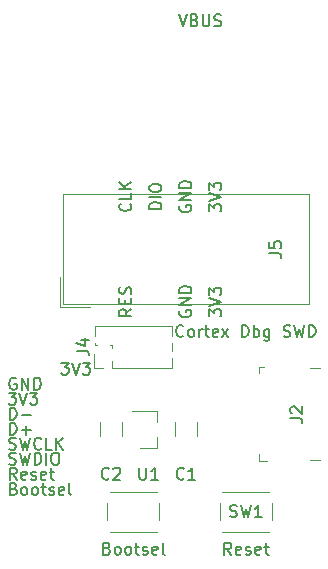
<source format=gbr>
G04 #@! TF.GenerationSoftware,KiCad,Pcbnew,(5.1.4)-1*
G04 #@! TF.CreationDate,2022-03-06T11:46:22+01:00*
G04 #@! TF.ProjectId,UP1-Progger,5550312d-5072-46f6-9767-65722e6b6963,V00.10*
G04 #@! TF.SameCoordinates,Original*
G04 #@! TF.FileFunction,Legend,Top*
G04 #@! TF.FilePolarity,Positive*
%FSLAX46Y46*%
G04 Gerber Fmt 4.6, Leading zero omitted, Abs format (unit mm)*
G04 Created by KiCad (PCBNEW (5.1.4)-1) date 2022-03-06 11:46:23*
%MOMM*%
%LPD*%
G04 APERTURE LIST*
%ADD10C,0.150000*%
%ADD11C,0.120000*%
G04 APERTURE END LIST*
D10*
X107744285Y-108942142D02*
X107696666Y-108989761D01*
X107553809Y-109037380D01*
X107458571Y-109037380D01*
X107315714Y-108989761D01*
X107220476Y-108894523D01*
X107172857Y-108799285D01*
X107125238Y-108608809D01*
X107125238Y-108465952D01*
X107172857Y-108275476D01*
X107220476Y-108180238D01*
X107315714Y-108085000D01*
X107458571Y-108037380D01*
X107553809Y-108037380D01*
X107696666Y-108085000D01*
X107744285Y-108132619D01*
X108315714Y-109037380D02*
X108220476Y-108989761D01*
X108172857Y-108942142D01*
X108125238Y-108846904D01*
X108125238Y-108561190D01*
X108172857Y-108465952D01*
X108220476Y-108418333D01*
X108315714Y-108370714D01*
X108458571Y-108370714D01*
X108553809Y-108418333D01*
X108601428Y-108465952D01*
X108649047Y-108561190D01*
X108649047Y-108846904D01*
X108601428Y-108942142D01*
X108553809Y-108989761D01*
X108458571Y-109037380D01*
X108315714Y-109037380D01*
X109077619Y-109037380D02*
X109077619Y-108370714D01*
X109077619Y-108561190D02*
X109125238Y-108465952D01*
X109172857Y-108418333D01*
X109268095Y-108370714D01*
X109363333Y-108370714D01*
X109553809Y-108370714D02*
X109934761Y-108370714D01*
X109696666Y-108037380D02*
X109696666Y-108894523D01*
X109744285Y-108989761D01*
X109839523Y-109037380D01*
X109934761Y-109037380D01*
X110649047Y-108989761D02*
X110553809Y-109037380D01*
X110363333Y-109037380D01*
X110268095Y-108989761D01*
X110220476Y-108894523D01*
X110220476Y-108513571D01*
X110268095Y-108418333D01*
X110363333Y-108370714D01*
X110553809Y-108370714D01*
X110649047Y-108418333D01*
X110696666Y-108513571D01*
X110696666Y-108608809D01*
X110220476Y-108704047D01*
X111030000Y-109037380D02*
X111553809Y-108370714D01*
X111030000Y-108370714D02*
X111553809Y-109037380D01*
X112696666Y-109037380D02*
X112696666Y-108037380D01*
X112934761Y-108037380D01*
X113077619Y-108085000D01*
X113172857Y-108180238D01*
X113220476Y-108275476D01*
X113268095Y-108465952D01*
X113268095Y-108608809D01*
X113220476Y-108799285D01*
X113172857Y-108894523D01*
X113077619Y-108989761D01*
X112934761Y-109037380D01*
X112696666Y-109037380D01*
X113696666Y-109037380D02*
X113696666Y-108037380D01*
X113696666Y-108418333D02*
X113791904Y-108370714D01*
X113982380Y-108370714D01*
X114077619Y-108418333D01*
X114125238Y-108465952D01*
X114172857Y-108561190D01*
X114172857Y-108846904D01*
X114125238Y-108942142D01*
X114077619Y-108989761D01*
X113982380Y-109037380D01*
X113791904Y-109037380D01*
X113696666Y-108989761D01*
X115030000Y-108370714D02*
X115030000Y-109180238D01*
X114982380Y-109275476D01*
X114934761Y-109323095D01*
X114839523Y-109370714D01*
X114696666Y-109370714D01*
X114601428Y-109323095D01*
X115030000Y-108989761D02*
X114934761Y-109037380D01*
X114744285Y-109037380D01*
X114649047Y-108989761D01*
X114601428Y-108942142D01*
X114553809Y-108846904D01*
X114553809Y-108561190D01*
X114601428Y-108465952D01*
X114649047Y-108418333D01*
X114744285Y-108370714D01*
X114934761Y-108370714D01*
X115030000Y-108418333D01*
X116220476Y-108989761D02*
X116363333Y-109037380D01*
X116601428Y-109037380D01*
X116696666Y-108989761D01*
X116744285Y-108942142D01*
X116791904Y-108846904D01*
X116791904Y-108751666D01*
X116744285Y-108656428D01*
X116696666Y-108608809D01*
X116601428Y-108561190D01*
X116410952Y-108513571D01*
X116315714Y-108465952D01*
X116268095Y-108418333D01*
X116220476Y-108323095D01*
X116220476Y-108227857D01*
X116268095Y-108132619D01*
X116315714Y-108085000D01*
X116410952Y-108037380D01*
X116649047Y-108037380D01*
X116791904Y-108085000D01*
X117125238Y-108037380D02*
X117363333Y-109037380D01*
X117553809Y-108323095D01*
X117744285Y-109037380D01*
X117982380Y-108037380D01*
X118363333Y-109037380D02*
X118363333Y-108037380D01*
X118601428Y-108037380D01*
X118744285Y-108085000D01*
X118839523Y-108180238D01*
X118887142Y-108275476D01*
X118934761Y-108465952D01*
X118934761Y-108608809D01*
X118887142Y-108799285D01*
X118839523Y-108894523D01*
X118744285Y-108989761D01*
X118601428Y-109037380D01*
X118363333Y-109037380D01*
X109942380Y-107283095D02*
X109942380Y-106664047D01*
X110323333Y-106997380D01*
X110323333Y-106854523D01*
X110370952Y-106759285D01*
X110418571Y-106711666D01*
X110513809Y-106664047D01*
X110751904Y-106664047D01*
X110847142Y-106711666D01*
X110894761Y-106759285D01*
X110942380Y-106854523D01*
X110942380Y-107140238D01*
X110894761Y-107235476D01*
X110847142Y-107283095D01*
X109942380Y-106378333D02*
X110942380Y-106045000D01*
X109942380Y-105711666D01*
X109942380Y-105473571D02*
X109942380Y-104854523D01*
X110323333Y-105187857D01*
X110323333Y-105045000D01*
X110370952Y-104949761D01*
X110418571Y-104902142D01*
X110513809Y-104854523D01*
X110751904Y-104854523D01*
X110847142Y-104902142D01*
X110894761Y-104949761D01*
X110942380Y-105045000D01*
X110942380Y-105330714D01*
X110894761Y-105425952D01*
X110847142Y-105473571D01*
X107450000Y-106806904D02*
X107402380Y-106902142D01*
X107402380Y-107045000D01*
X107450000Y-107187857D01*
X107545238Y-107283095D01*
X107640476Y-107330714D01*
X107830952Y-107378333D01*
X107973809Y-107378333D01*
X108164285Y-107330714D01*
X108259523Y-107283095D01*
X108354761Y-107187857D01*
X108402380Y-107045000D01*
X108402380Y-106949761D01*
X108354761Y-106806904D01*
X108307142Y-106759285D01*
X107973809Y-106759285D01*
X107973809Y-106949761D01*
X108402380Y-106330714D02*
X107402380Y-106330714D01*
X108402380Y-105759285D01*
X107402380Y-105759285D01*
X108402380Y-105283095D02*
X107402380Y-105283095D01*
X107402380Y-105045000D01*
X107450000Y-104902142D01*
X107545238Y-104806904D01*
X107640476Y-104759285D01*
X107830952Y-104711666D01*
X107973809Y-104711666D01*
X108164285Y-104759285D01*
X108259523Y-104806904D01*
X108354761Y-104902142D01*
X108402380Y-105045000D01*
X108402380Y-105283095D01*
X103322380Y-106664047D02*
X102846190Y-106997380D01*
X103322380Y-107235476D02*
X102322380Y-107235476D01*
X102322380Y-106854523D01*
X102370000Y-106759285D01*
X102417619Y-106711666D01*
X102512857Y-106664047D01*
X102655714Y-106664047D01*
X102750952Y-106711666D01*
X102798571Y-106759285D01*
X102846190Y-106854523D01*
X102846190Y-107235476D01*
X102798571Y-106235476D02*
X102798571Y-105902142D01*
X103322380Y-105759285D02*
X103322380Y-106235476D01*
X102322380Y-106235476D01*
X102322380Y-105759285D01*
X103274761Y-105378333D02*
X103322380Y-105235476D01*
X103322380Y-104997380D01*
X103274761Y-104902142D01*
X103227142Y-104854523D01*
X103131904Y-104806904D01*
X103036666Y-104806904D01*
X102941428Y-104854523D01*
X102893809Y-104902142D01*
X102846190Y-104997380D01*
X102798571Y-105187857D01*
X102750952Y-105283095D01*
X102703333Y-105330714D01*
X102608095Y-105378333D01*
X102512857Y-105378333D01*
X102417619Y-105330714D01*
X102370000Y-105283095D01*
X102322380Y-105187857D01*
X102322380Y-104949761D01*
X102370000Y-104806904D01*
X109942380Y-98393095D02*
X109942380Y-97774047D01*
X110323333Y-98107380D01*
X110323333Y-97964523D01*
X110370952Y-97869285D01*
X110418571Y-97821666D01*
X110513809Y-97774047D01*
X110751904Y-97774047D01*
X110847142Y-97821666D01*
X110894761Y-97869285D01*
X110942380Y-97964523D01*
X110942380Y-98250238D01*
X110894761Y-98345476D01*
X110847142Y-98393095D01*
X109942380Y-97488333D02*
X110942380Y-97155000D01*
X109942380Y-96821666D01*
X109942380Y-96583571D02*
X109942380Y-95964523D01*
X110323333Y-96297857D01*
X110323333Y-96155000D01*
X110370952Y-96059761D01*
X110418571Y-96012142D01*
X110513809Y-95964523D01*
X110751904Y-95964523D01*
X110847142Y-96012142D01*
X110894761Y-96059761D01*
X110942380Y-96155000D01*
X110942380Y-96440714D01*
X110894761Y-96535952D01*
X110847142Y-96583571D01*
X107450000Y-97916904D02*
X107402380Y-98012142D01*
X107402380Y-98155000D01*
X107450000Y-98297857D01*
X107545238Y-98393095D01*
X107640476Y-98440714D01*
X107830952Y-98488333D01*
X107973809Y-98488333D01*
X108164285Y-98440714D01*
X108259523Y-98393095D01*
X108354761Y-98297857D01*
X108402380Y-98155000D01*
X108402380Y-98059761D01*
X108354761Y-97916904D01*
X108307142Y-97869285D01*
X107973809Y-97869285D01*
X107973809Y-98059761D01*
X108402380Y-97440714D02*
X107402380Y-97440714D01*
X108402380Y-96869285D01*
X107402380Y-96869285D01*
X108402380Y-96393095D02*
X107402380Y-96393095D01*
X107402380Y-96155000D01*
X107450000Y-96012142D01*
X107545238Y-95916904D01*
X107640476Y-95869285D01*
X107830952Y-95821666D01*
X107973809Y-95821666D01*
X108164285Y-95869285D01*
X108259523Y-95916904D01*
X108354761Y-96012142D01*
X108402380Y-96155000D01*
X108402380Y-96393095D01*
X105862380Y-98178809D02*
X104862380Y-98178809D01*
X104862380Y-97940714D01*
X104910000Y-97797857D01*
X105005238Y-97702619D01*
X105100476Y-97655000D01*
X105290952Y-97607380D01*
X105433809Y-97607380D01*
X105624285Y-97655000D01*
X105719523Y-97702619D01*
X105814761Y-97797857D01*
X105862380Y-97940714D01*
X105862380Y-98178809D01*
X105862380Y-97178809D02*
X104862380Y-97178809D01*
X104862380Y-96512142D02*
X104862380Y-96321666D01*
X104910000Y-96226428D01*
X105005238Y-96131190D01*
X105195714Y-96083571D01*
X105529047Y-96083571D01*
X105719523Y-96131190D01*
X105814761Y-96226428D01*
X105862380Y-96321666D01*
X105862380Y-96512142D01*
X105814761Y-96607380D01*
X105719523Y-96702619D01*
X105529047Y-96750238D01*
X105195714Y-96750238D01*
X105005238Y-96702619D01*
X104910000Y-96607380D01*
X104862380Y-96512142D01*
X103227142Y-97750238D02*
X103274761Y-97797857D01*
X103322380Y-97940714D01*
X103322380Y-98035952D01*
X103274761Y-98178809D01*
X103179523Y-98274047D01*
X103084285Y-98321666D01*
X102893809Y-98369285D01*
X102750952Y-98369285D01*
X102560476Y-98321666D01*
X102465238Y-98274047D01*
X102370000Y-98178809D01*
X102322380Y-98035952D01*
X102322380Y-97940714D01*
X102370000Y-97797857D01*
X102417619Y-97750238D01*
X103322380Y-96845476D02*
X103322380Y-97321666D01*
X102322380Y-97321666D01*
X103322380Y-96512142D02*
X102322380Y-96512142D01*
X103322380Y-95940714D02*
X102750952Y-96369285D01*
X102322380Y-95940714D02*
X102893809Y-96512142D01*
X93378928Y-121873971D02*
X93521785Y-121921590D01*
X93569404Y-121969209D01*
X93617023Y-122064447D01*
X93617023Y-122207304D01*
X93569404Y-122302542D01*
X93521785Y-122350161D01*
X93426547Y-122397780D01*
X93045595Y-122397780D01*
X93045595Y-121397780D01*
X93378928Y-121397780D01*
X93474166Y-121445400D01*
X93521785Y-121493019D01*
X93569404Y-121588257D01*
X93569404Y-121683495D01*
X93521785Y-121778733D01*
X93474166Y-121826352D01*
X93378928Y-121873971D01*
X93045595Y-121873971D01*
X94188452Y-122397780D02*
X94093214Y-122350161D01*
X94045595Y-122302542D01*
X93997976Y-122207304D01*
X93997976Y-121921590D01*
X94045595Y-121826352D01*
X94093214Y-121778733D01*
X94188452Y-121731114D01*
X94331309Y-121731114D01*
X94426547Y-121778733D01*
X94474166Y-121826352D01*
X94521785Y-121921590D01*
X94521785Y-122207304D01*
X94474166Y-122302542D01*
X94426547Y-122350161D01*
X94331309Y-122397780D01*
X94188452Y-122397780D01*
X95093214Y-122397780D02*
X94997976Y-122350161D01*
X94950357Y-122302542D01*
X94902738Y-122207304D01*
X94902738Y-121921590D01*
X94950357Y-121826352D01*
X94997976Y-121778733D01*
X95093214Y-121731114D01*
X95236071Y-121731114D01*
X95331309Y-121778733D01*
X95378928Y-121826352D01*
X95426547Y-121921590D01*
X95426547Y-122207304D01*
X95378928Y-122302542D01*
X95331309Y-122350161D01*
X95236071Y-122397780D01*
X95093214Y-122397780D01*
X95712261Y-121731114D02*
X96093214Y-121731114D01*
X95855119Y-121397780D02*
X95855119Y-122254923D01*
X95902738Y-122350161D01*
X95997976Y-122397780D01*
X96093214Y-122397780D01*
X96378928Y-122350161D02*
X96474166Y-122397780D01*
X96664642Y-122397780D01*
X96759880Y-122350161D01*
X96807500Y-122254923D01*
X96807500Y-122207304D01*
X96759880Y-122112066D01*
X96664642Y-122064447D01*
X96521785Y-122064447D01*
X96426547Y-122016828D01*
X96378928Y-121921590D01*
X96378928Y-121873971D01*
X96426547Y-121778733D01*
X96521785Y-121731114D01*
X96664642Y-121731114D01*
X96759880Y-121778733D01*
X97617023Y-122350161D02*
X97521785Y-122397780D01*
X97331309Y-122397780D01*
X97236071Y-122350161D01*
X97188452Y-122254923D01*
X97188452Y-121873971D01*
X97236071Y-121778733D01*
X97331309Y-121731114D01*
X97521785Y-121731114D01*
X97617023Y-121778733D01*
X97664642Y-121873971D01*
X97664642Y-121969209D01*
X97188452Y-122064447D01*
X98236071Y-122397780D02*
X98140833Y-122350161D01*
X98093214Y-122254923D01*
X98093214Y-121397780D01*
X97395357Y-111212380D02*
X98014404Y-111212380D01*
X97681071Y-111593333D01*
X97823928Y-111593333D01*
X97919166Y-111640952D01*
X97966785Y-111688571D01*
X98014404Y-111783809D01*
X98014404Y-112021904D01*
X97966785Y-112117142D01*
X97919166Y-112164761D01*
X97823928Y-112212380D01*
X97538214Y-112212380D01*
X97442976Y-112164761D01*
X97395357Y-112117142D01*
X98300119Y-111212380D02*
X98633452Y-112212380D01*
X98966785Y-111212380D01*
X99204880Y-111212380D02*
X99823928Y-111212380D01*
X99490595Y-111593333D01*
X99633452Y-111593333D01*
X99728690Y-111640952D01*
X99776309Y-111688571D01*
X99823928Y-111783809D01*
X99823928Y-112021904D01*
X99776309Y-112117142D01*
X99728690Y-112164761D01*
X99633452Y-112212380D01*
X99347738Y-112212380D01*
X99252500Y-112164761D01*
X99204880Y-112117142D01*
X107362738Y-81722380D02*
X107696071Y-82722380D01*
X108029404Y-81722380D01*
X108696071Y-82198571D02*
X108838928Y-82246190D01*
X108886547Y-82293809D01*
X108934166Y-82389047D01*
X108934166Y-82531904D01*
X108886547Y-82627142D01*
X108838928Y-82674761D01*
X108743690Y-82722380D01*
X108362738Y-82722380D01*
X108362738Y-81722380D01*
X108696071Y-81722380D01*
X108791309Y-81770000D01*
X108838928Y-81817619D01*
X108886547Y-81912857D01*
X108886547Y-82008095D01*
X108838928Y-82103333D01*
X108791309Y-82150952D01*
X108696071Y-82198571D01*
X108362738Y-82198571D01*
X109362738Y-81722380D02*
X109362738Y-82531904D01*
X109410357Y-82627142D01*
X109457976Y-82674761D01*
X109553214Y-82722380D01*
X109743690Y-82722380D01*
X109838928Y-82674761D01*
X109886547Y-82627142D01*
X109934166Y-82531904D01*
X109934166Y-81722380D01*
X110362738Y-82674761D02*
X110505595Y-82722380D01*
X110743690Y-82722380D01*
X110838928Y-82674761D01*
X110886547Y-82627142D01*
X110934166Y-82531904D01*
X110934166Y-82436666D01*
X110886547Y-82341428D01*
X110838928Y-82293809D01*
X110743690Y-82246190D01*
X110553214Y-82198571D01*
X110457976Y-82150952D01*
X110410357Y-82103333D01*
X110362738Y-82008095D01*
X110362738Y-81912857D01*
X110410357Y-81817619D01*
X110457976Y-81770000D01*
X110553214Y-81722380D01*
X110791309Y-81722380D01*
X110934166Y-81770000D01*
X93617023Y-121102380D02*
X93283690Y-120626190D01*
X93045595Y-121102380D02*
X93045595Y-120102380D01*
X93426547Y-120102380D01*
X93521785Y-120150000D01*
X93569404Y-120197619D01*
X93617023Y-120292857D01*
X93617023Y-120435714D01*
X93569404Y-120530952D01*
X93521785Y-120578571D01*
X93426547Y-120626190D01*
X93045595Y-120626190D01*
X94426547Y-121054761D02*
X94331309Y-121102380D01*
X94140833Y-121102380D01*
X94045595Y-121054761D01*
X93997976Y-120959523D01*
X93997976Y-120578571D01*
X94045595Y-120483333D01*
X94140833Y-120435714D01*
X94331309Y-120435714D01*
X94426547Y-120483333D01*
X94474166Y-120578571D01*
X94474166Y-120673809D01*
X93997976Y-120769047D01*
X94855119Y-121054761D02*
X94950357Y-121102380D01*
X95140833Y-121102380D01*
X95236071Y-121054761D01*
X95283690Y-120959523D01*
X95283690Y-120911904D01*
X95236071Y-120816666D01*
X95140833Y-120769047D01*
X94997976Y-120769047D01*
X94902738Y-120721428D01*
X94855119Y-120626190D01*
X94855119Y-120578571D01*
X94902738Y-120483333D01*
X94997976Y-120435714D01*
X95140833Y-120435714D01*
X95236071Y-120483333D01*
X96093214Y-121054761D02*
X95997976Y-121102380D01*
X95807500Y-121102380D01*
X95712261Y-121054761D01*
X95664642Y-120959523D01*
X95664642Y-120578571D01*
X95712261Y-120483333D01*
X95807500Y-120435714D01*
X95997976Y-120435714D01*
X96093214Y-120483333D01*
X96140833Y-120578571D01*
X96140833Y-120673809D01*
X95664642Y-120769047D01*
X96426547Y-120435714D02*
X96807500Y-120435714D01*
X96569404Y-120102380D02*
X96569404Y-120959523D01*
X96617023Y-121054761D01*
X96712261Y-121102380D01*
X96807500Y-121102380D01*
X92997976Y-119784761D02*
X93140833Y-119832380D01*
X93378928Y-119832380D01*
X93474166Y-119784761D01*
X93521785Y-119737142D01*
X93569404Y-119641904D01*
X93569404Y-119546666D01*
X93521785Y-119451428D01*
X93474166Y-119403809D01*
X93378928Y-119356190D01*
X93188452Y-119308571D01*
X93093214Y-119260952D01*
X93045595Y-119213333D01*
X92997976Y-119118095D01*
X92997976Y-119022857D01*
X93045595Y-118927619D01*
X93093214Y-118880000D01*
X93188452Y-118832380D01*
X93426547Y-118832380D01*
X93569404Y-118880000D01*
X93902738Y-118832380D02*
X94140833Y-119832380D01*
X94331309Y-119118095D01*
X94521785Y-119832380D01*
X94759880Y-118832380D01*
X95140833Y-119832380D02*
X95140833Y-118832380D01*
X95378928Y-118832380D01*
X95521785Y-118880000D01*
X95617023Y-118975238D01*
X95664642Y-119070476D01*
X95712261Y-119260952D01*
X95712261Y-119403809D01*
X95664642Y-119594285D01*
X95617023Y-119689523D01*
X95521785Y-119784761D01*
X95378928Y-119832380D01*
X95140833Y-119832380D01*
X96140833Y-119832380D02*
X96140833Y-118832380D01*
X96807500Y-118832380D02*
X96997976Y-118832380D01*
X97093214Y-118880000D01*
X97188452Y-118975238D01*
X97236071Y-119165714D01*
X97236071Y-119499047D01*
X97188452Y-119689523D01*
X97093214Y-119784761D01*
X96997976Y-119832380D01*
X96807500Y-119832380D01*
X96712261Y-119784761D01*
X96617023Y-119689523D01*
X96569404Y-119499047D01*
X96569404Y-119165714D01*
X96617023Y-118975238D01*
X96712261Y-118880000D01*
X96807500Y-118832380D01*
X92997976Y-118514761D02*
X93140833Y-118562380D01*
X93378928Y-118562380D01*
X93474166Y-118514761D01*
X93521785Y-118467142D01*
X93569404Y-118371904D01*
X93569404Y-118276666D01*
X93521785Y-118181428D01*
X93474166Y-118133809D01*
X93378928Y-118086190D01*
X93188452Y-118038571D01*
X93093214Y-117990952D01*
X93045595Y-117943333D01*
X92997976Y-117848095D01*
X92997976Y-117752857D01*
X93045595Y-117657619D01*
X93093214Y-117610000D01*
X93188452Y-117562380D01*
X93426547Y-117562380D01*
X93569404Y-117610000D01*
X93902738Y-117562380D02*
X94140833Y-118562380D01*
X94331309Y-117848095D01*
X94521785Y-118562380D01*
X94759880Y-117562380D01*
X95712261Y-118467142D02*
X95664642Y-118514761D01*
X95521785Y-118562380D01*
X95426547Y-118562380D01*
X95283690Y-118514761D01*
X95188452Y-118419523D01*
X95140833Y-118324285D01*
X95093214Y-118133809D01*
X95093214Y-117990952D01*
X95140833Y-117800476D01*
X95188452Y-117705238D01*
X95283690Y-117610000D01*
X95426547Y-117562380D01*
X95521785Y-117562380D01*
X95664642Y-117610000D01*
X95712261Y-117657619D01*
X96617023Y-118562380D02*
X96140833Y-118562380D01*
X96140833Y-117562380D01*
X96950357Y-118562380D02*
X96950357Y-117562380D01*
X97521785Y-118562380D02*
X97093214Y-117990952D01*
X97521785Y-117562380D02*
X96950357Y-118133809D01*
X93045595Y-117292380D02*
X93045595Y-116292380D01*
X93283690Y-116292380D01*
X93426547Y-116340000D01*
X93521785Y-116435238D01*
X93569404Y-116530476D01*
X93617023Y-116720952D01*
X93617023Y-116863809D01*
X93569404Y-117054285D01*
X93521785Y-117149523D01*
X93426547Y-117244761D01*
X93283690Y-117292380D01*
X93045595Y-117292380D01*
X94045595Y-116911428D02*
X94807500Y-116911428D01*
X94426547Y-117292380D02*
X94426547Y-116530476D01*
X93045595Y-116022380D02*
X93045595Y-115022380D01*
X93283690Y-115022380D01*
X93426547Y-115070000D01*
X93521785Y-115165238D01*
X93569404Y-115260476D01*
X93617023Y-115450952D01*
X93617023Y-115593809D01*
X93569404Y-115784285D01*
X93521785Y-115879523D01*
X93426547Y-115974761D01*
X93283690Y-116022380D01*
X93045595Y-116022380D01*
X94045595Y-115641428D02*
X94807500Y-115641428D01*
X92950357Y-113752380D02*
X93569404Y-113752380D01*
X93236071Y-114133333D01*
X93378928Y-114133333D01*
X93474166Y-114180952D01*
X93521785Y-114228571D01*
X93569404Y-114323809D01*
X93569404Y-114561904D01*
X93521785Y-114657142D01*
X93474166Y-114704761D01*
X93378928Y-114752380D01*
X93093214Y-114752380D01*
X92997976Y-114704761D01*
X92950357Y-114657142D01*
X93855119Y-113752380D02*
X94188452Y-114752380D01*
X94521785Y-113752380D01*
X94759880Y-113752380D02*
X95378928Y-113752380D01*
X95045595Y-114133333D01*
X95188452Y-114133333D01*
X95283690Y-114180952D01*
X95331309Y-114228571D01*
X95378928Y-114323809D01*
X95378928Y-114561904D01*
X95331309Y-114657142D01*
X95283690Y-114704761D01*
X95188452Y-114752380D01*
X94902738Y-114752380D01*
X94807500Y-114704761D01*
X94759880Y-114657142D01*
X93569404Y-112530000D02*
X93474166Y-112482380D01*
X93331309Y-112482380D01*
X93188452Y-112530000D01*
X93093214Y-112625238D01*
X93045595Y-112720476D01*
X92997976Y-112910952D01*
X92997976Y-113053809D01*
X93045595Y-113244285D01*
X93093214Y-113339523D01*
X93188452Y-113434761D01*
X93331309Y-113482380D01*
X93426547Y-113482380D01*
X93569404Y-113434761D01*
X93617023Y-113387142D01*
X93617023Y-113053809D01*
X93426547Y-113053809D01*
X94045595Y-113482380D02*
X94045595Y-112482380D01*
X94617023Y-113482380D01*
X94617023Y-112482380D01*
X95093214Y-113482380D02*
X95093214Y-112482380D01*
X95331309Y-112482380D01*
X95474166Y-112530000D01*
X95569404Y-112625238D01*
X95617023Y-112720476D01*
X95664642Y-112910952D01*
X95664642Y-113053809D01*
X95617023Y-113244285D01*
X95569404Y-113339523D01*
X95474166Y-113434761D01*
X95331309Y-113482380D01*
X95093214Y-113482380D01*
D11*
X105535000Y-118420000D02*
X104075000Y-118420000D01*
X105535000Y-115260000D02*
X103375000Y-115260000D01*
X105535000Y-115260000D02*
X105535000Y-116190000D01*
X105535000Y-118420000D02*
X105535000Y-117490000D01*
X105705000Y-123125000D02*
X105705000Y-124525000D01*
X101305000Y-123125000D02*
X101305000Y-124525000D01*
X101505000Y-125525000D02*
X105505000Y-125525000D01*
X101505000Y-122125000D02*
X105505000Y-122125000D01*
X115230000Y-123125000D02*
X115230000Y-124525000D01*
X110830000Y-123125000D02*
X110830000Y-124525000D01*
X111030000Y-125525000D02*
X115030000Y-125525000D01*
X111030000Y-122125000D02*
X115030000Y-122125000D01*
X102510000Y-117442064D02*
X102510000Y-116237936D01*
X100690000Y-117442064D02*
X100690000Y-116237936D01*
X108860000Y-117442064D02*
X108860000Y-116237936D01*
X107040000Y-117442064D02*
X107040000Y-116237936D01*
X97270000Y-106525000D02*
X97270000Y-103985000D01*
X97270000Y-106525000D02*
X99810000Y-106525000D01*
X97520000Y-106275000D02*
X97520000Y-96925000D01*
X118380000Y-106275000D02*
X97520000Y-106275000D01*
X118380000Y-96925000D02*
X118380000Y-106275000D01*
X97520000Y-96925000D02*
X118380000Y-96925000D01*
X100205000Y-111620000D02*
X100205000Y-110490000D01*
X100965000Y-111620000D02*
X100205000Y-111620000D01*
X100270000Y-108912470D02*
X100270000Y-108090000D01*
X100270000Y-109730000D02*
X100270000Y-109527530D01*
X100401529Y-109730000D02*
X100270000Y-109730000D01*
X101671529Y-109730000D02*
X101528471Y-109730000D01*
X101725000Y-109926529D02*
X101725000Y-109783471D01*
X101725000Y-111620000D02*
X101725000Y-111053471D01*
X100270000Y-108090000D02*
X106740000Y-108090000D01*
X101725000Y-111620000D02*
X106740000Y-111620000D01*
X106740000Y-110182470D02*
X106740000Y-109527530D01*
X106740000Y-108912470D02*
X106740000Y-108090000D01*
X106740000Y-111620000D02*
X106740000Y-110797530D01*
X114180000Y-111570000D02*
X114180000Y-112070000D01*
X114580000Y-111570000D02*
X114180000Y-111570000D01*
X114180000Y-119570000D02*
X114180000Y-118970000D01*
X114780000Y-119570000D02*
X114180000Y-119570000D01*
X119280000Y-119470000D02*
X118480000Y-119470000D01*
X119280000Y-111670000D02*
X118480000Y-111670000D01*
D10*
X104013095Y-120102380D02*
X104013095Y-120911904D01*
X104060714Y-121007142D01*
X104108333Y-121054761D01*
X104203571Y-121102380D01*
X104394047Y-121102380D01*
X104489285Y-121054761D01*
X104536904Y-121007142D01*
X104584523Y-120911904D01*
X104584523Y-120102380D01*
X105584523Y-121102380D02*
X105013095Y-121102380D01*
X105298809Y-121102380D02*
X105298809Y-120102380D01*
X105203571Y-120245238D01*
X105108333Y-120340476D01*
X105013095Y-120388095D01*
X101290714Y-126928571D02*
X101433571Y-126976190D01*
X101481190Y-127023809D01*
X101528809Y-127119047D01*
X101528809Y-127261904D01*
X101481190Y-127357142D01*
X101433571Y-127404761D01*
X101338333Y-127452380D01*
X100957380Y-127452380D01*
X100957380Y-126452380D01*
X101290714Y-126452380D01*
X101385952Y-126500000D01*
X101433571Y-126547619D01*
X101481190Y-126642857D01*
X101481190Y-126738095D01*
X101433571Y-126833333D01*
X101385952Y-126880952D01*
X101290714Y-126928571D01*
X100957380Y-126928571D01*
X102100238Y-127452380D02*
X102005000Y-127404761D01*
X101957380Y-127357142D01*
X101909761Y-127261904D01*
X101909761Y-126976190D01*
X101957380Y-126880952D01*
X102005000Y-126833333D01*
X102100238Y-126785714D01*
X102243095Y-126785714D01*
X102338333Y-126833333D01*
X102385952Y-126880952D01*
X102433571Y-126976190D01*
X102433571Y-127261904D01*
X102385952Y-127357142D01*
X102338333Y-127404761D01*
X102243095Y-127452380D01*
X102100238Y-127452380D01*
X103005000Y-127452380D02*
X102909761Y-127404761D01*
X102862142Y-127357142D01*
X102814523Y-127261904D01*
X102814523Y-126976190D01*
X102862142Y-126880952D01*
X102909761Y-126833333D01*
X103005000Y-126785714D01*
X103147857Y-126785714D01*
X103243095Y-126833333D01*
X103290714Y-126880952D01*
X103338333Y-126976190D01*
X103338333Y-127261904D01*
X103290714Y-127357142D01*
X103243095Y-127404761D01*
X103147857Y-127452380D01*
X103005000Y-127452380D01*
X103624047Y-126785714D02*
X104005000Y-126785714D01*
X103766904Y-126452380D02*
X103766904Y-127309523D01*
X103814523Y-127404761D01*
X103909761Y-127452380D01*
X104005000Y-127452380D01*
X104290714Y-127404761D02*
X104385952Y-127452380D01*
X104576428Y-127452380D01*
X104671666Y-127404761D01*
X104719285Y-127309523D01*
X104719285Y-127261904D01*
X104671666Y-127166666D01*
X104576428Y-127119047D01*
X104433571Y-127119047D01*
X104338333Y-127071428D01*
X104290714Y-126976190D01*
X104290714Y-126928571D01*
X104338333Y-126833333D01*
X104433571Y-126785714D01*
X104576428Y-126785714D01*
X104671666Y-126833333D01*
X105528809Y-127404761D02*
X105433571Y-127452380D01*
X105243095Y-127452380D01*
X105147857Y-127404761D01*
X105100238Y-127309523D01*
X105100238Y-126928571D01*
X105147857Y-126833333D01*
X105243095Y-126785714D01*
X105433571Y-126785714D01*
X105528809Y-126833333D01*
X105576428Y-126928571D01*
X105576428Y-127023809D01*
X105100238Y-127119047D01*
X106147857Y-127452380D02*
X106052619Y-127404761D01*
X106005000Y-127309523D01*
X106005000Y-126452380D01*
X111696666Y-124229761D02*
X111839523Y-124277380D01*
X112077619Y-124277380D01*
X112172857Y-124229761D01*
X112220476Y-124182142D01*
X112268095Y-124086904D01*
X112268095Y-123991666D01*
X112220476Y-123896428D01*
X112172857Y-123848809D01*
X112077619Y-123801190D01*
X111887142Y-123753571D01*
X111791904Y-123705952D01*
X111744285Y-123658333D01*
X111696666Y-123563095D01*
X111696666Y-123467857D01*
X111744285Y-123372619D01*
X111791904Y-123325000D01*
X111887142Y-123277380D01*
X112125238Y-123277380D01*
X112268095Y-123325000D01*
X112601428Y-123277380D02*
X112839523Y-124277380D01*
X113030000Y-123563095D01*
X113220476Y-124277380D01*
X113458571Y-123277380D01*
X114363333Y-124277380D02*
X113791904Y-124277380D01*
X114077619Y-124277380D02*
X114077619Y-123277380D01*
X113982380Y-123420238D01*
X113887142Y-123515476D01*
X113791904Y-123563095D01*
X111791904Y-127452380D02*
X111458571Y-126976190D01*
X111220476Y-127452380D02*
X111220476Y-126452380D01*
X111601428Y-126452380D01*
X111696666Y-126500000D01*
X111744285Y-126547619D01*
X111791904Y-126642857D01*
X111791904Y-126785714D01*
X111744285Y-126880952D01*
X111696666Y-126928571D01*
X111601428Y-126976190D01*
X111220476Y-126976190D01*
X112601428Y-127404761D02*
X112506190Y-127452380D01*
X112315714Y-127452380D01*
X112220476Y-127404761D01*
X112172857Y-127309523D01*
X112172857Y-126928571D01*
X112220476Y-126833333D01*
X112315714Y-126785714D01*
X112506190Y-126785714D01*
X112601428Y-126833333D01*
X112649047Y-126928571D01*
X112649047Y-127023809D01*
X112172857Y-127119047D01*
X113030000Y-127404761D02*
X113125238Y-127452380D01*
X113315714Y-127452380D01*
X113410952Y-127404761D01*
X113458571Y-127309523D01*
X113458571Y-127261904D01*
X113410952Y-127166666D01*
X113315714Y-127119047D01*
X113172857Y-127119047D01*
X113077619Y-127071428D01*
X113030000Y-126976190D01*
X113030000Y-126928571D01*
X113077619Y-126833333D01*
X113172857Y-126785714D01*
X113315714Y-126785714D01*
X113410952Y-126833333D01*
X114268095Y-127404761D02*
X114172857Y-127452380D01*
X113982380Y-127452380D01*
X113887142Y-127404761D01*
X113839523Y-127309523D01*
X113839523Y-126928571D01*
X113887142Y-126833333D01*
X113982380Y-126785714D01*
X114172857Y-126785714D01*
X114268095Y-126833333D01*
X114315714Y-126928571D01*
X114315714Y-127023809D01*
X113839523Y-127119047D01*
X114601428Y-126785714D02*
X114982380Y-126785714D01*
X114744285Y-126452380D02*
X114744285Y-127309523D01*
X114791904Y-127404761D01*
X114887142Y-127452380D01*
X114982380Y-127452380D01*
X101433333Y-121007142D02*
X101385714Y-121054761D01*
X101242857Y-121102380D01*
X101147619Y-121102380D01*
X101004761Y-121054761D01*
X100909523Y-120959523D01*
X100861904Y-120864285D01*
X100814285Y-120673809D01*
X100814285Y-120530952D01*
X100861904Y-120340476D01*
X100909523Y-120245238D01*
X101004761Y-120150000D01*
X101147619Y-120102380D01*
X101242857Y-120102380D01*
X101385714Y-120150000D01*
X101433333Y-120197619D01*
X101814285Y-120197619D02*
X101861904Y-120150000D01*
X101957142Y-120102380D01*
X102195238Y-120102380D01*
X102290476Y-120150000D01*
X102338095Y-120197619D01*
X102385714Y-120292857D01*
X102385714Y-120388095D01*
X102338095Y-120530952D01*
X101766666Y-121102380D01*
X102385714Y-121102380D01*
X107783333Y-121007142D02*
X107735714Y-121054761D01*
X107592857Y-121102380D01*
X107497619Y-121102380D01*
X107354761Y-121054761D01*
X107259523Y-120959523D01*
X107211904Y-120864285D01*
X107164285Y-120673809D01*
X107164285Y-120530952D01*
X107211904Y-120340476D01*
X107259523Y-120245238D01*
X107354761Y-120150000D01*
X107497619Y-120102380D01*
X107592857Y-120102380D01*
X107735714Y-120150000D01*
X107783333Y-120197619D01*
X108735714Y-121102380D02*
X108164285Y-121102380D01*
X108450000Y-121102380D02*
X108450000Y-120102380D01*
X108354761Y-120245238D01*
X108259523Y-120340476D01*
X108164285Y-120388095D01*
X115022380Y-101933333D02*
X115736666Y-101933333D01*
X115879523Y-101980952D01*
X115974761Y-102076190D01*
X116022380Y-102219047D01*
X116022380Y-102314285D01*
X115022380Y-100980952D02*
X115022380Y-101457142D01*
X115498571Y-101504761D01*
X115450952Y-101457142D01*
X115403333Y-101361904D01*
X115403333Y-101123809D01*
X115450952Y-101028571D01*
X115498571Y-100980952D01*
X115593809Y-100933333D01*
X115831904Y-100933333D01*
X115927142Y-100980952D01*
X115974761Y-101028571D01*
X116022380Y-101123809D01*
X116022380Y-101361904D01*
X115974761Y-101457142D01*
X115927142Y-101504761D01*
X98722380Y-110188333D02*
X99436666Y-110188333D01*
X99579523Y-110235952D01*
X99674761Y-110331190D01*
X99722380Y-110474047D01*
X99722380Y-110569285D01*
X99055714Y-109283571D02*
X99722380Y-109283571D01*
X98674761Y-109521666D02*
X99389047Y-109759761D01*
X99389047Y-109140714D01*
X116800380Y-115903333D02*
X117514666Y-115903333D01*
X117657523Y-115950952D01*
X117752761Y-116046190D01*
X117800380Y-116189047D01*
X117800380Y-116284285D01*
X116895619Y-115474761D02*
X116848000Y-115427142D01*
X116800380Y-115331904D01*
X116800380Y-115093809D01*
X116848000Y-114998571D01*
X116895619Y-114950952D01*
X116990857Y-114903333D01*
X117086095Y-114903333D01*
X117228952Y-114950952D01*
X117800380Y-115522380D01*
X117800380Y-114903333D01*
M02*

</source>
